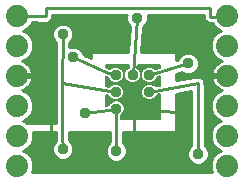
<source format=gbl>
G75*
%MOIN*%
%OFA0B0*%
%FSLAX24Y24*%
%IPPOS*%
%LPD*%
%AMOC8*
5,1,8,0,0,1.08239X$1,22.5*
%
%ADD10C,0.0740*%
%ADD11C,0.0376*%
%ADD12C,0.0100*%
%ADD13C,0.0060*%
D10*
X000670Y000977D03*
X000670Y001977D03*
X000670Y002977D03*
X000670Y003977D03*
X000670Y004977D03*
X000670Y005977D03*
X007670Y005977D03*
X007670Y004977D03*
X007670Y003977D03*
X007670Y002977D03*
X007670Y001977D03*
X007670Y000977D03*
D11*
X006710Y001370D03*
X006381Y002715D03*
X005124Y002833D03*
X004585Y002833D03*
X003985Y002873D03*
X003964Y003433D03*
X003964Y003994D03*
X004524Y003994D03*
X005085Y003994D03*
X005085Y003433D03*
X006373Y004380D03*
X004678Y005894D03*
X002538Y004588D03*
X002198Y005355D03*
X002950Y002739D03*
X002194Y001528D03*
X003981Y001463D03*
X004609Y001477D03*
D12*
X001210Y000869D02*
X001169Y000771D01*
X007171Y000771D01*
X007130Y000869D01*
X007130Y001084D01*
X007212Y001283D01*
X007364Y001435D01*
X007466Y001477D01*
X007364Y001519D01*
X007212Y001671D01*
X007130Y001869D01*
X007130Y002084D01*
X007212Y002283D01*
X007364Y002435D01*
X007466Y002477D01*
X007364Y002519D01*
X007212Y002671D01*
X007130Y002869D01*
X007130Y003084D01*
X007212Y003283D01*
X007364Y003435D01*
X007493Y003488D01*
X007470Y003495D01*
X007398Y003532D01*
X007331Y003580D01*
X007273Y003638D01*
X006923Y003638D01*
X006923Y003652D02*
X006935Y003670D01*
X006922Y003741D01*
X006922Y003813D01*
X006907Y003828D01*
X006903Y003849D01*
X006844Y003890D01*
X006793Y003941D01*
X006771Y003941D01*
X006754Y003953D01*
X006683Y003941D01*
X006610Y003941D01*
X006595Y003925D01*
X005967Y003814D01*
X005965Y004028D01*
X006160Y004086D01*
X006170Y004076D01*
X006302Y004022D01*
X006444Y004022D01*
X006576Y004076D01*
X006677Y004177D01*
X006731Y004309D01*
X006731Y004451D01*
X006677Y004583D01*
X006576Y004684D01*
X006444Y004738D01*
X006302Y004738D01*
X006170Y004684D01*
X006070Y004583D01*
X006039Y004510D01*
X005960Y004486D01*
X005957Y004772D01*
X004808Y004769D01*
X004874Y005588D01*
X004881Y005591D01*
X004982Y005691D01*
X005036Y005823D01*
X005036Y005965D01*
X005023Y005997D01*
X006896Y005997D01*
X006899Y005939D01*
X006899Y005854D01*
X006904Y005849D01*
X006904Y005842D01*
X006968Y005785D01*
X007028Y005725D01*
X007035Y005725D01*
X007040Y005720D01*
X007125Y005725D01*
X007190Y005725D01*
X007212Y005671D01*
X007364Y005519D01*
X007466Y005477D01*
X007364Y005435D01*
X007212Y005283D01*
X007130Y005084D01*
X007130Y004869D01*
X007212Y004671D01*
X007364Y004519D01*
X007493Y004466D01*
X007470Y004459D01*
X007398Y004422D01*
X007331Y004373D01*
X007273Y004316D01*
X007225Y004249D01*
X007188Y004176D01*
X007163Y004099D01*
X007152Y004027D01*
X007620Y004027D01*
X007620Y003927D01*
X007152Y003927D01*
X007163Y003855D01*
X007188Y003777D01*
X007225Y003704D01*
X007273Y003638D01*
X007209Y003737D02*
X006923Y003737D01*
X006923Y003652D02*
X006929Y001658D01*
X007014Y001573D01*
X007068Y001442D01*
X007068Y001299D01*
X007014Y001168D01*
X006913Y001067D01*
X006781Y001012D01*
X006639Y001012D01*
X006507Y001067D01*
X006407Y001168D01*
X006352Y001299D01*
X006352Y001442D01*
X006407Y001573D01*
X006489Y001656D01*
X006483Y003458D01*
X005972Y003368D01*
X005985Y002111D01*
X004203Y002108D01*
X004202Y001748D01*
X004285Y001665D01*
X004339Y001534D01*
X004339Y001391D01*
X004285Y001260D01*
X004184Y001159D01*
X004052Y001104D01*
X003910Y001104D01*
X003778Y001159D01*
X003678Y001260D01*
X003623Y001391D01*
X003623Y001534D01*
X003678Y001665D01*
X003762Y001750D01*
X003763Y002107D01*
X002398Y002105D01*
X002398Y001961D01*
X002403Y001825D01*
X002497Y001731D01*
X002552Y001599D01*
X002552Y001457D01*
X002497Y001325D01*
X002397Y001224D01*
X002265Y001170D01*
X002122Y001170D01*
X001991Y001224D01*
X001890Y001325D01*
X001836Y001457D01*
X001836Y001599D01*
X001890Y001731D01*
X001963Y001804D01*
X001961Y001863D01*
X001958Y001866D01*
X001958Y001953D01*
X001955Y002040D01*
X001958Y002044D01*
X001958Y002105D01*
X001202Y002103D01*
X001210Y002084D01*
X001210Y001869D01*
X001128Y001671D01*
X000976Y001519D01*
X000874Y001477D01*
X000976Y001435D01*
X001128Y001283D01*
X001210Y001084D01*
X001210Y000869D01*
X001210Y000880D02*
X007130Y000880D01*
X007166Y000782D02*
X001174Y000782D01*
X001210Y000979D02*
X007130Y000979D01*
X007130Y001077D02*
X006924Y001077D01*
X007017Y001176D02*
X007168Y001176D01*
X007209Y001274D02*
X007058Y001274D01*
X007068Y001373D02*
X007303Y001373D01*
X007453Y001471D02*
X007056Y001471D01*
X007015Y001570D02*
X007313Y001570D01*
X007215Y001668D02*
X006929Y001668D01*
X006929Y001767D02*
X007173Y001767D01*
X007132Y001865D02*
X006929Y001865D01*
X006928Y001964D02*
X007130Y001964D01*
X007130Y002062D02*
X006928Y002062D01*
X006928Y002161D02*
X007162Y002161D01*
X007203Y002259D02*
X006927Y002259D01*
X006927Y002358D02*
X007288Y002358D01*
X007417Y002456D02*
X006927Y002456D01*
X006926Y002555D02*
X007328Y002555D01*
X007230Y002653D02*
X006926Y002653D01*
X006926Y002752D02*
X007179Y002752D01*
X007138Y002850D02*
X006925Y002850D01*
X006925Y002949D02*
X007130Y002949D01*
X007130Y003047D02*
X006925Y003047D01*
X006924Y003146D02*
X007156Y003146D01*
X007196Y003244D02*
X006924Y003244D01*
X006924Y003343D02*
X007273Y003343D01*
X007381Y003441D02*
X006923Y003441D01*
X006923Y003540D02*
X007387Y003540D01*
X007169Y003835D02*
X006905Y003835D01*
X006800Y003934D02*
X007620Y003934D01*
X007215Y004229D02*
X006698Y004229D01*
X006631Y004131D02*
X007173Y004131D01*
X007152Y004032D02*
X006470Y004032D01*
X006604Y003934D02*
X005966Y003934D01*
X005980Y004032D02*
X006276Y004032D01*
X006089Y003835D02*
X005967Y003835D01*
X006387Y003441D02*
X006483Y003441D01*
X006484Y003343D02*
X005972Y003343D01*
X005973Y003244D02*
X006484Y003244D01*
X006484Y003146D02*
X005974Y003146D01*
X005975Y003047D02*
X006485Y003047D01*
X006485Y002949D02*
X005976Y002949D01*
X005977Y002850D02*
X006485Y002850D01*
X006486Y002752D02*
X005978Y002752D01*
X005979Y002653D02*
X006486Y002653D01*
X006381Y002715D02*
X005124Y002833D01*
X004585Y002833D02*
X004609Y001477D01*
X004628Y001107D01*
X001796Y001107D01*
X001796Y003965D01*
X000670Y003977D01*
X000720Y003934D02*
X001961Y003934D01*
X001962Y004032D02*
X001188Y004032D01*
X001189Y004027D02*
X001177Y004099D01*
X001152Y004176D01*
X001115Y004249D01*
X001067Y004316D01*
X001009Y004373D01*
X000943Y004422D01*
X000870Y004459D01*
X000848Y004466D01*
X000976Y004519D01*
X001128Y004671D01*
X001210Y004869D01*
X001210Y005084D01*
X001128Y005283D01*
X000976Y005435D01*
X000874Y005477D01*
X000976Y005519D01*
X001128Y005671D01*
X001161Y005751D01*
X001538Y005746D01*
X001540Y005745D01*
X001629Y005745D01*
X001719Y005744D01*
X001720Y005745D01*
X001722Y005745D01*
X001785Y005808D01*
X001850Y005871D01*
X001850Y005873D01*
X001851Y005874D01*
X001851Y005964D01*
X001851Y005997D01*
X004333Y005997D01*
X004320Y005965D01*
X004320Y005823D01*
X004374Y005691D01*
X004436Y005630D01*
X004366Y004768D01*
X003143Y004764D01*
X003145Y004560D01*
X002890Y004673D01*
X002841Y004791D01*
X002741Y004891D01*
X002609Y004946D01*
X002467Y004946D01*
X002412Y004923D01*
X002414Y005065D01*
X002501Y005152D01*
X002556Y005283D01*
X002556Y005426D01*
X002501Y005558D01*
X002400Y005658D01*
X002269Y005713D01*
X002126Y005713D01*
X001995Y005658D01*
X001894Y005558D01*
X001840Y005426D01*
X001840Y005283D01*
X001894Y005152D01*
X001974Y005072D01*
X001959Y003813D01*
X001958Y003812D01*
X001958Y003738D01*
X001946Y003666D01*
X001957Y003651D01*
X001957Y003632D01*
X001958Y003631D01*
X001958Y002400D01*
X001011Y002400D01*
X000976Y002435D01*
X000874Y002477D01*
X000976Y002519D01*
X001128Y002671D01*
X001210Y002869D01*
X001210Y003084D01*
X001128Y003283D01*
X000976Y003435D01*
X000848Y003488D01*
X000870Y003495D01*
X000943Y003532D01*
X001009Y003580D01*
X001067Y003638D01*
X001115Y003704D01*
X001152Y003777D01*
X001177Y003855D01*
X001189Y003927D01*
X000720Y003927D01*
X000720Y004027D01*
X001189Y004027D01*
X001167Y004131D02*
X001963Y004131D01*
X001964Y004229D02*
X001125Y004229D01*
X001054Y004328D02*
X001965Y004328D01*
X001966Y004426D02*
X000933Y004426D01*
X000982Y004525D02*
X001968Y004525D01*
X001969Y004623D02*
X001080Y004623D01*
X001149Y004722D02*
X001970Y004722D01*
X001971Y004820D02*
X001190Y004820D01*
X001210Y004919D02*
X001972Y004919D01*
X001974Y005017D02*
X001210Y005017D01*
X001197Y005116D02*
X001930Y005116D01*
X001868Y005214D02*
X001156Y005214D01*
X001098Y005313D02*
X001840Y005313D01*
X001840Y005411D02*
X000999Y005411D01*
X000954Y005510D02*
X001874Y005510D01*
X001945Y005608D02*
X001065Y005608D01*
X001143Y005707D02*
X002112Y005707D01*
X002283Y005707D02*
X004368Y005707D01*
X004434Y005608D02*
X002450Y005608D01*
X002521Y005510D02*
X004426Y005510D01*
X004418Y005411D02*
X002556Y005411D01*
X002556Y005313D02*
X004410Y005313D01*
X004402Y005214D02*
X002527Y005214D01*
X002465Y005116D02*
X004394Y005116D01*
X004386Y005017D02*
X002414Y005017D01*
X002674Y004919D02*
X004378Y004919D01*
X004370Y004820D02*
X002812Y004820D01*
X002870Y004722D02*
X003143Y004722D01*
X003144Y004623D02*
X003001Y004623D01*
X002538Y004588D02*
X003705Y004072D01*
X003964Y003994D01*
X004524Y003994D02*
X004678Y005894D01*
X004320Y005904D02*
X001851Y005904D01*
X001782Y005805D02*
X004327Y005805D01*
X004899Y005608D02*
X007275Y005608D01*
X007197Y005707D02*
X004988Y005707D01*
X005029Y005805D02*
X006945Y005805D01*
X006899Y005904D02*
X005036Y005904D01*
X004868Y005510D02*
X007386Y005510D01*
X007341Y005411D02*
X004860Y005411D01*
X004852Y005313D02*
X007243Y005313D01*
X007184Y005214D02*
X004844Y005214D01*
X004836Y005116D02*
X007143Y005116D01*
X007130Y005017D02*
X004828Y005017D01*
X004820Y004919D02*
X007130Y004919D01*
X007150Y004820D02*
X004812Y004820D01*
X005085Y003994D02*
X006373Y004380D01*
X006046Y004525D02*
X005960Y004525D01*
X005959Y004623D02*
X006110Y004623D01*
X005958Y004722D02*
X006263Y004722D01*
X006483Y004722D02*
X007191Y004722D01*
X007260Y004623D02*
X006636Y004623D01*
X006701Y004525D02*
X007358Y004525D01*
X007407Y004426D02*
X006731Y004426D01*
X006731Y004328D02*
X007286Y004328D01*
X006702Y003721D02*
X005085Y003433D01*
X003964Y003433D02*
X002178Y003721D01*
X002178Y001957D01*
X002194Y001528D01*
X002447Y001274D02*
X003671Y001274D01*
X003631Y001373D02*
X002517Y001373D01*
X002552Y001471D02*
X003623Y001471D01*
X003638Y001570D02*
X002552Y001570D01*
X002523Y001668D02*
X003680Y001668D01*
X003762Y001767D02*
X002461Y001767D01*
X002401Y001865D02*
X003762Y001865D01*
X003763Y001964D02*
X002398Y001964D01*
X002398Y002062D02*
X003763Y002062D01*
X004203Y002062D02*
X006488Y002062D01*
X006488Y001964D02*
X004203Y001964D01*
X004202Y001865D02*
X006489Y001865D01*
X006489Y001767D02*
X004202Y001767D01*
X004282Y001668D02*
X006489Y001668D01*
X006405Y001570D02*
X004324Y001570D01*
X004339Y001471D02*
X006364Y001471D01*
X006352Y001373D02*
X004332Y001373D01*
X004291Y001274D02*
X006362Y001274D01*
X006403Y001176D02*
X004201Y001176D01*
X003981Y001463D02*
X003985Y002873D01*
X002950Y002739D01*
X001958Y002752D02*
X001161Y002752D01*
X001202Y002850D02*
X001958Y002850D01*
X001958Y002949D02*
X001210Y002949D01*
X001210Y003047D02*
X001958Y003047D01*
X001958Y003146D02*
X001185Y003146D01*
X001144Y003244D02*
X001958Y003244D01*
X001958Y003343D02*
X001068Y003343D01*
X000960Y003441D02*
X001958Y003441D01*
X001958Y003540D02*
X000953Y003540D01*
X001067Y003638D02*
X001957Y003638D01*
X001958Y003737D02*
X001131Y003737D01*
X001171Y003835D02*
X001959Y003835D01*
X002178Y003721D02*
X002198Y005355D01*
X001631Y005965D02*
X001631Y006217D01*
X007119Y006217D01*
X007119Y005945D01*
X007670Y005977D01*
X006702Y003721D02*
X006710Y001370D01*
X006497Y001077D02*
X001210Y001077D01*
X001172Y001176D02*
X002108Y001176D01*
X002279Y001176D02*
X003761Y001176D01*
X001941Y001274D02*
X001131Y001274D01*
X001038Y001373D02*
X001870Y001373D01*
X001836Y001471D02*
X000887Y001471D01*
X001027Y001570D02*
X001836Y001570D01*
X001864Y001668D02*
X001125Y001668D01*
X001168Y001767D02*
X001926Y001767D01*
X001959Y001865D02*
X001208Y001865D01*
X001210Y001964D02*
X001958Y001964D01*
X001958Y002062D02*
X001210Y002062D01*
X000923Y002456D02*
X001958Y002456D01*
X001958Y002555D02*
X001012Y002555D01*
X001110Y002653D02*
X001958Y002653D01*
X001631Y005965D02*
X000670Y005977D01*
X005980Y002555D02*
X006486Y002555D01*
X006487Y002456D02*
X005981Y002456D01*
X005982Y002358D02*
X006487Y002358D01*
X006487Y002259D02*
X005984Y002259D01*
X005985Y002161D02*
X006488Y002161D01*
D13*
X005424Y002533D02*
X004124Y002533D01*
X004124Y002630D01*
X004143Y002637D01*
X004221Y002715D01*
X004263Y002818D01*
X004263Y002928D01*
X004221Y003030D01*
X004143Y003109D01*
X004040Y003151D01*
X003930Y003151D01*
X003828Y003109D01*
X003749Y003030D01*
X003729Y002981D01*
X003624Y002967D01*
X003624Y003346D01*
X003704Y003333D01*
X003728Y003276D01*
X003806Y003198D01*
X003908Y003155D01*
X004019Y003155D01*
X004121Y003198D01*
X004200Y003276D01*
X004242Y003378D01*
X004242Y003489D01*
X004200Y003591D01*
X004121Y003669D01*
X004019Y003712D01*
X003908Y003712D01*
X003806Y003669D01*
X003747Y003610D01*
X003624Y003630D01*
X003624Y003950D01*
X003656Y003940D01*
X003691Y003925D01*
X003728Y003837D01*
X003624Y003837D01*
X003624Y003895D02*
X003704Y003895D01*
X003728Y003837D02*
X003806Y003758D01*
X003908Y003716D01*
X004019Y003716D01*
X004121Y003758D01*
X004200Y003837D01*
X004289Y003837D01*
X004367Y003758D01*
X004469Y003716D01*
X004580Y003716D01*
X004682Y003758D01*
X004760Y003837D01*
X004849Y003837D01*
X004928Y003758D01*
X005030Y003716D01*
X005140Y003716D01*
X005243Y003758D01*
X005321Y003837D01*
X005424Y003837D01*
X005424Y003895D02*
X005345Y003895D01*
X005360Y003930D02*
X005321Y003837D01*
X005263Y003778D02*
X005424Y003778D01*
X005424Y003720D02*
X005150Y003720D01*
X005140Y003712D02*
X005030Y003712D01*
X004928Y003669D01*
X004849Y003591D01*
X004807Y003489D01*
X004807Y003378D01*
X004849Y003276D01*
X004928Y003198D01*
X005030Y003155D01*
X005140Y003155D01*
X005243Y003198D01*
X005321Y003276D01*
X005346Y003338D01*
X005424Y003352D01*
X005424Y002533D01*
X005424Y002550D02*
X004124Y002550D01*
X004124Y002608D02*
X005424Y002608D01*
X005424Y002667D02*
X004172Y002667D01*
X004225Y002725D02*
X005424Y002725D01*
X005424Y002784D02*
X004249Y002784D01*
X004263Y002842D02*
X005424Y002842D01*
X005424Y002901D02*
X004263Y002901D01*
X004250Y002959D02*
X005424Y002959D01*
X005424Y003018D02*
X004226Y003018D01*
X004175Y003076D02*
X005424Y003076D01*
X005424Y003135D02*
X004079Y003135D01*
X004111Y003193D02*
X004938Y003193D01*
X004873Y003252D02*
X004176Y003252D01*
X004214Y003310D02*
X004835Y003310D01*
X004811Y003369D02*
X004238Y003369D01*
X004242Y003427D02*
X004807Y003427D01*
X004807Y003486D02*
X004242Y003486D01*
X004219Y003544D02*
X004830Y003544D01*
X004861Y003603D02*
X004188Y003603D01*
X004129Y003661D02*
X004920Y003661D01*
X005020Y003720D02*
X004589Y003720D01*
X004460Y003720D02*
X004029Y003720D01*
X004141Y003778D02*
X004347Y003778D01*
X004289Y003837D02*
X004246Y003939D01*
X004246Y004049D01*
X004289Y004152D01*
X004367Y004230D01*
X004404Y004245D01*
X004411Y004333D01*
X003624Y004333D01*
X003624Y004261D01*
X003753Y004204D01*
X003774Y004197D01*
X003806Y004230D01*
X003908Y004272D01*
X004019Y004272D01*
X004121Y004230D01*
X004200Y004152D01*
X004242Y004049D01*
X004242Y003939D01*
X004200Y003837D01*
X004224Y003895D02*
X004264Y003895D01*
X004246Y003954D02*
X004242Y003954D01*
X004242Y004012D02*
X004246Y004012D01*
X004255Y004071D02*
X004233Y004071D01*
X004209Y004129D02*
X004279Y004129D01*
X004325Y004188D02*
X004163Y004188D01*
X004081Y004246D02*
X004404Y004246D01*
X004409Y004305D02*
X003624Y004305D01*
X003657Y004246D02*
X003846Y004246D01*
X003786Y003778D02*
X003624Y003778D01*
X003624Y003720D02*
X003899Y003720D01*
X003798Y003661D02*
X003624Y003661D01*
X003624Y003310D02*
X003714Y003310D01*
X003752Y003252D02*
X003624Y003252D01*
X003624Y003193D02*
X003817Y003193D01*
X003891Y003135D02*
X003624Y003135D01*
X003624Y003076D02*
X003795Y003076D01*
X003744Y003018D02*
X003624Y003018D01*
X004702Y003778D02*
X004907Y003778D01*
X004849Y003837D02*
X004807Y003939D01*
X004807Y004049D01*
X004849Y004152D01*
X004928Y004230D01*
X005030Y004272D01*
X005140Y004272D01*
X005243Y004230D01*
X005275Y004197D01*
X005424Y004242D01*
X005424Y004333D01*
X004692Y004333D01*
X004684Y004228D01*
X004760Y004152D01*
X004803Y004049D01*
X004803Y003939D01*
X004760Y003837D01*
X004785Y003895D02*
X004825Y003895D01*
X004807Y003954D02*
X004803Y003954D01*
X004803Y004012D02*
X004807Y004012D01*
X004816Y004071D02*
X004794Y004071D01*
X004769Y004129D02*
X004840Y004129D01*
X004886Y004188D02*
X004724Y004188D01*
X004685Y004246D02*
X004967Y004246D01*
X005203Y004246D02*
X005424Y004246D01*
X005424Y004305D02*
X004690Y004305D01*
X005140Y003712D02*
X005243Y003669D01*
X005298Y003614D01*
X005424Y003636D01*
X005424Y003950D01*
X005360Y003930D01*
X005424Y003661D02*
X005250Y003661D01*
X005335Y003310D02*
X005424Y003310D01*
X005424Y003252D02*
X005297Y003252D01*
X005232Y003193D02*
X005424Y003193D01*
M02*

</source>
